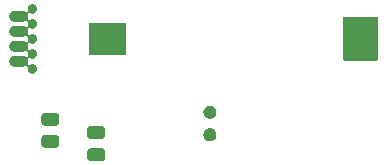
<source format=gbr>
G04 #@! TF.GenerationSoftware,KiCad,Pcbnew,5.99.0-unknown-r17001-43768b71*
G04 #@! TF.CreationDate,2019-11-05T19:13:08+01:00*
G04 #@! TF.ProjectId,ada-watch,6164612d-7761-4746-9368-2e6b69636164,rev?*
G04 #@! TF.SameCoordinates,Original*
G04 #@! TF.FileFunction,Soldermask,Bot*
G04 #@! TF.FilePolarity,Negative*
%FSLAX46Y46*%
G04 Gerber Fmt 4.6, Leading zero omitted, Abs format (unit mm)*
G04 Created by KiCad (PCBNEW 5.99.0-unknown-r17001-43768b71) date 2019-11-05 19:13:08*
%MOMM*%
%LPD*%
G04 APERTURE LIST*
G04 APERTURE END LIST*
G36*
X140469152Y-113413117D02*
G01*
X140469527Y-113413117D01*
X140471606Y-113413506D01*
X140562930Y-113427970D01*
X140571013Y-113432088D01*
X140577847Y-113433366D01*
X140597953Y-113445815D01*
X140646120Y-113470357D01*
X140659988Y-113484225D01*
X140671539Y-113491377D01*
X140685107Y-113509344D01*
X140712143Y-113536380D01*
X140725874Y-113563328D01*
X140737947Y-113579316D01*
X140741314Y-113593632D01*
X140754530Y-113619570D01*
X140769201Y-113712200D01*
X140769383Y-113712973D01*
X140769383Y-113713348D01*
X140770694Y-113721625D01*
X140770694Y-114183375D01*
X140769383Y-114191652D01*
X140769383Y-114192027D01*
X140768994Y-114194106D01*
X140754530Y-114285430D01*
X140750412Y-114293513D01*
X140749134Y-114300347D01*
X140736685Y-114320453D01*
X140712143Y-114368620D01*
X140698275Y-114382488D01*
X140691123Y-114394039D01*
X140673156Y-114407607D01*
X140646120Y-114434643D01*
X140619172Y-114448374D01*
X140603184Y-114460447D01*
X140588868Y-114463814D01*
X140562930Y-114477030D01*
X140470300Y-114491701D01*
X140469527Y-114491883D01*
X140469152Y-114491883D01*
X140460875Y-114493194D01*
X139574125Y-114493194D01*
X139565848Y-114491883D01*
X139565473Y-114491883D01*
X139563394Y-114491494D01*
X139472070Y-114477030D01*
X139463987Y-114472912D01*
X139457153Y-114471634D01*
X139437047Y-114459185D01*
X139388880Y-114434643D01*
X139375012Y-114420775D01*
X139363461Y-114413623D01*
X139349893Y-114395656D01*
X139322857Y-114368620D01*
X139309126Y-114341672D01*
X139297053Y-114325684D01*
X139293686Y-114311368D01*
X139280470Y-114285430D01*
X139265799Y-114192800D01*
X139265617Y-114192027D01*
X139265617Y-114191652D01*
X139264306Y-114183375D01*
X139264306Y-113721625D01*
X139265617Y-113713348D01*
X139265617Y-113712973D01*
X139266006Y-113710894D01*
X139280470Y-113619570D01*
X139284588Y-113611487D01*
X139285866Y-113604653D01*
X139298315Y-113584547D01*
X139322857Y-113536380D01*
X139336725Y-113522512D01*
X139343877Y-113510961D01*
X139361844Y-113497393D01*
X139388880Y-113470357D01*
X139415828Y-113456626D01*
X139431816Y-113444553D01*
X139446132Y-113441186D01*
X139472070Y-113427970D01*
X139564700Y-113413299D01*
X139565473Y-113413117D01*
X139565848Y-113413117D01*
X139574125Y-113411806D01*
X140460875Y-113411806D01*
X140469152Y-113413117D01*
G37*
G36*
X136595652Y-112285117D02*
G01*
X136596027Y-112285117D01*
X136598106Y-112285506D01*
X136689430Y-112299970D01*
X136697513Y-112304088D01*
X136704347Y-112305366D01*
X136724453Y-112317815D01*
X136772620Y-112342357D01*
X136786488Y-112356225D01*
X136798039Y-112363377D01*
X136811607Y-112381344D01*
X136838643Y-112408380D01*
X136852374Y-112435328D01*
X136864447Y-112451316D01*
X136867814Y-112465632D01*
X136881030Y-112491570D01*
X136895701Y-112584200D01*
X136895883Y-112584973D01*
X136895883Y-112585348D01*
X136897194Y-112593625D01*
X136897194Y-113055375D01*
X136895883Y-113063652D01*
X136895883Y-113064027D01*
X136895494Y-113066106D01*
X136881030Y-113157430D01*
X136876912Y-113165513D01*
X136875634Y-113172347D01*
X136863185Y-113192453D01*
X136838643Y-113240620D01*
X136824775Y-113254488D01*
X136817623Y-113266039D01*
X136799656Y-113279607D01*
X136772620Y-113306643D01*
X136745672Y-113320374D01*
X136729684Y-113332447D01*
X136715368Y-113335814D01*
X136689430Y-113349030D01*
X136596800Y-113363701D01*
X136596027Y-113363883D01*
X136595652Y-113363883D01*
X136587375Y-113365194D01*
X135700625Y-113365194D01*
X135692348Y-113363883D01*
X135691973Y-113363883D01*
X135689894Y-113363494D01*
X135598570Y-113349030D01*
X135590487Y-113344912D01*
X135583653Y-113343634D01*
X135563547Y-113331185D01*
X135515380Y-113306643D01*
X135501512Y-113292775D01*
X135489961Y-113285623D01*
X135476393Y-113267656D01*
X135449357Y-113240620D01*
X135435626Y-113213672D01*
X135423553Y-113197684D01*
X135420186Y-113183368D01*
X135406970Y-113157430D01*
X135392299Y-113064800D01*
X135392117Y-113064027D01*
X135392117Y-113063652D01*
X135390806Y-113055375D01*
X135390806Y-112593625D01*
X135392117Y-112585348D01*
X135392117Y-112584973D01*
X135392506Y-112582894D01*
X135406970Y-112491570D01*
X135411088Y-112483487D01*
X135412366Y-112476653D01*
X135424815Y-112456547D01*
X135449357Y-112408380D01*
X135463225Y-112394512D01*
X135470377Y-112382961D01*
X135488344Y-112369393D01*
X135515380Y-112342357D01*
X135542328Y-112328626D01*
X135558316Y-112316553D01*
X135572632Y-112313186D01*
X135598570Y-112299970D01*
X135691200Y-112285299D01*
X135691973Y-112285117D01*
X135692348Y-112285117D01*
X135700625Y-112283806D01*
X136587375Y-112283806D01*
X136595652Y-112285117D01*
G37*
G36*
X149671881Y-111714783D02*
G01*
X149695234Y-111713314D01*
X149746492Y-111724209D01*
X149789718Y-111729670D01*
X149811474Y-111738021D01*
X149842899Y-111744701D01*
X149881654Y-111764961D01*
X149914224Y-111777464D01*
X149940493Y-111795721D01*
X149976685Y-111814642D01*
X150002227Y-111838628D01*
X150023739Y-111853579D01*
X150050635Y-111884086D01*
X150086733Y-111917985D01*
X150100365Y-111940493D01*
X150111933Y-111953615D01*
X150134789Y-111997334D01*
X150164937Y-112047114D01*
X150169664Y-112064043D01*
X150173720Y-112071802D01*
X150187547Y-112128095D01*
X150205534Y-112192518D01*
X150203833Y-112355006D01*
X150184487Y-112419082D01*
X150169497Y-112475026D01*
X150165281Y-112482695D01*
X150160199Y-112499527D01*
X150129008Y-112548676D01*
X150105247Y-112591898D01*
X150093408Y-112604772D01*
X150079308Y-112626991D01*
X150042506Y-112660128D01*
X150014978Y-112690064D01*
X149993157Y-112704562D01*
X149967120Y-112728006D01*
X149930545Y-112746162D01*
X149903894Y-112763869D01*
X149871065Y-112775688D01*
X149831899Y-112795130D01*
X149800339Y-112801150D01*
X149778416Y-112809043D01*
X149735093Y-112813597D01*
X149683608Y-112823418D01*
X149660287Y-112821460D01*
X149645784Y-112822984D01*
X149594048Y-112815897D01*
X149533173Y-112810785D01*
X149519437Y-112805677D01*
X149513650Y-112804884D01*
X149457095Y-112782492D01*
X149391677Y-112758163D01*
X149332752Y-112715352D01*
X149280941Y-112678532D01*
X149279037Y-112676326D01*
X149269544Y-112669429D01*
X149229802Y-112619287D01*
X149193800Y-112577579D01*
X149188501Y-112567179D01*
X149175772Y-112551119D01*
X149154338Y-112500129D01*
X149133254Y-112458749D01*
X149128596Y-112438892D01*
X149117271Y-112411950D01*
X149111428Y-112365696D01*
X149102799Y-112328909D01*
X149103104Y-112299808D01*
X149098350Y-112262176D01*
X149103892Y-112224647D01*
X149104197Y-112195552D01*
X149113592Y-112158961D01*
X149120404Y-112112831D01*
X149132291Y-112086132D01*
X149137364Y-112066375D01*
X149159315Y-112025436D01*
X149181807Y-111974918D01*
X149194866Y-111959132D01*
X149200383Y-111948843D01*
X149237253Y-111907895D01*
X149278035Y-111858598D01*
X149287671Y-111851901D01*
X149289622Y-111849734D01*
X149342200Y-111814002D01*
X149402000Y-111772440D01*
X149467935Y-111749479D01*
X149524924Y-111728285D01*
X149530723Y-111727614D01*
X149544567Y-111722793D01*
X149605537Y-111718957D01*
X149657409Y-111712955D01*
X149671881Y-111714783D01*
G37*
G36*
X140469152Y-111538117D02*
G01*
X140469527Y-111538117D01*
X140471606Y-111538506D01*
X140562930Y-111552970D01*
X140571013Y-111557088D01*
X140577847Y-111558366D01*
X140597953Y-111570815D01*
X140646120Y-111595357D01*
X140659988Y-111609225D01*
X140671539Y-111616377D01*
X140685107Y-111634344D01*
X140712143Y-111661380D01*
X140725874Y-111688328D01*
X140737947Y-111704316D01*
X140741314Y-111718632D01*
X140754530Y-111744570D01*
X140769201Y-111837200D01*
X140769383Y-111837973D01*
X140769383Y-111838348D01*
X140770694Y-111846625D01*
X140770694Y-112308375D01*
X140769383Y-112316652D01*
X140769383Y-112317027D01*
X140768994Y-112319106D01*
X140754530Y-112410430D01*
X140750412Y-112418513D01*
X140749134Y-112425347D01*
X140736685Y-112445453D01*
X140712143Y-112493620D01*
X140698275Y-112507488D01*
X140691123Y-112519039D01*
X140673156Y-112532607D01*
X140646120Y-112559643D01*
X140619172Y-112573374D01*
X140603184Y-112585447D01*
X140588868Y-112588814D01*
X140562930Y-112602030D01*
X140470300Y-112616701D01*
X140469527Y-112616883D01*
X140469152Y-112616883D01*
X140460875Y-112618194D01*
X139574125Y-112618194D01*
X139565848Y-112616883D01*
X139565473Y-112616883D01*
X139563394Y-112616494D01*
X139472070Y-112602030D01*
X139463987Y-112597912D01*
X139457153Y-112596634D01*
X139437047Y-112584185D01*
X139388880Y-112559643D01*
X139375012Y-112545775D01*
X139363461Y-112538623D01*
X139349893Y-112520656D01*
X139322857Y-112493620D01*
X139309126Y-112466672D01*
X139297053Y-112450684D01*
X139293686Y-112436368D01*
X139280470Y-112410430D01*
X139265799Y-112317800D01*
X139265617Y-112317027D01*
X139265617Y-112316652D01*
X139264306Y-112308375D01*
X139264306Y-111846625D01*
X139265617Y-111838348D01*
X139265617Y-111837973D01*
X139266006Y-111835894D01*
X139280470Y-111744570D01*
X139284588Y-111736487D01*
X139285866Y-111729653D01*
X139298315Y-111709547D01*
X139322857Y-111661380D01*
X139336725Y-111647512D01*
X139343877Y-111635961D01*
X139361844Y-111622393D01*
X139388880Y-111595357D01*
X139415828Y-111581626D01*
X139431816Y-111569553D01*
X139446132Y-111566186D01*
X139472070Y-111552970D01*
X139564700Y-111538299D01*
X139565473Y-111538117D01*
X139565848Y-111538117D01*
X139574125Y-111536806D01*
X140460875Y-111536806D01*
X140469152Y-111538117D01*
G37*
G36*
X136595652Y-110410117D02*
G01*
X136596027Y-110410117D01*
X136598106Y-110410506D01*
X136689430Y-110424970D01*
X136697513Y-110429088D01*
X136704347Y-110430366D01*
X136724453Y-110442815D01*
X136772620Y-110467357D01*
X136786488Y-110481225D01*
X136798039Y-110488377D01*
X136811607Y-110506344D01*
X136838643Y-110533380D01*
X136852374Y-110560328D01*
X136864447Y-110576316D01*
X136867814Y-110590632D01*
X136881030Y-110616570D01*
X136895701Y-110709200D01*
X136895883Y-110709973D01*
X136895883Y-110710348D01*
X136897194Y-110718625D01*
X136897194Y-111180375D01*
X136895883Y-111188652D01*
X136895883Y-111189027D01*
X136895494Y-111191106D01*
X136881030Y-111282430D01*
X136876912Y-111290513D01*
X136875634Y-111297347D01*
X136863185Y-111317453D01*
X136838643Y-111365620D01*
X136824775Y-111379488D01*
X136817623Y-111391039D01*
X136799656Y-111404607D01*
X136772620Y-111431643D01*
X136745672Y-111445374D01*
X136729684Y-111457447D01*
X136715368Y-111460814D01*
X136689430Y-111474030D01*
X136596800Y-111488701D01*
X136596027Y-111488883D01*
X136595652Y-111488883D01*
X136587375Y-111490194D01*
X135700625Y-111490194D01*
X135692348Y-111488883D01*
X135691973Y-111488883D01*
X135689894Y-111488494D01*
X135598570Y-111474030D01*
X135590487Y-111469912D01*
X135583653Y-111468634D01*
X135563547Y-111456185D01*
X135515380Y-111431643D01*
X135501512Y-111417775D01*
X135489961Y-111410623D01*
X135476393Y-111392656D01*
X135449357Y-111365620D01*
X135435626Y-111338672D01*
X135423553Y-111322684D01*
X135420186Y-111308368D01*
X135406970Y-111282430D01*
X135392299Y-111189800D01*
X135392117Y-111189027D01*
X135392117Y-111188652D01*
X135390806Y-111180375D01*
X135390806Y-110718625D01*
X135392117Y-110710348D01*
X135392117Y-110709973D01*
X135392506Y-110707894D01*
X135406970Y-110616570D01*
X135411088Y-110608487D01*
X135412366Y-110601653D01*
X135424815Y-110581547D01*
X135449357Y-110533380D01*
X135463225Y-110519512D01*
X135470377Y-110507961D01*
X135488344Y-110494393D01*
X135515380Y-110467357D01*
X135542328Y-110453626D01*
X135558316Y-110441553D01*
X135572632Y-110438186D01*
X135598570Y-110424970D01*
X135691200Y-110410299D01*
X135691973Y-110410117D01*
X135692348Y-110410117D01*
X135700625Y-110408806D01*
X136587375Y-110408806D01*
X136595652Y-110410117D01*
G37*
G36*
X149671881Y-109814783D02*
G01*
X149695234Y-109813314D01*
X149746492Y-109824209D01*
X149789718Y-109829670D01*
X149811474Y-109838021D01*
X149842899Y-109844701D01*
X149881654Y-109864961D01*
X149914224Y-109877464D01*
X149940493Y-109895721D01*
X149976685Y-109914642D01*
X150002227Y-109938628D01*
X150023739Y-109953579D01*
X150050635Y-109984086D01*
X150086733Y-110017985D01*
X150100365Y-110040493D01*
X150111933Y-110053615D01*
X150134789Y-110097334D01*
X150164937Y-110147114D01*
X150169664Y-110164043D01*
X150173720Y-110171802D01*
X150187547Y-110228095D01*
X150205534Y-110292518D01*
X150203833Y-110455006D01*
X150184487Y-110519082D01*
X150169497Y-110575026D01*
X150165281Y-110582695D01*
X150160199Y-110599527D01*
X150129008Y-110648676D01*
X150105247Y-110691898D01*
X150093408Y-110704772D01*
X150079308Y-110726991D01*
X150042506Y-110760128D01*
X150014978Y-110790064D01*
X149993157Y-110804562D01*
X149967120Y-110828006D01*
X149930545Y-110846162D01*
X149903894Y-110863869D01*
X149871065Y-110875688D01*
X149831899Y-110895130D01*
X149800339Y-110901150D01*
X149778416Y-110909043D01*
X149735093Y-110913597D01*
X149683608Y-110923418D01*
X149660287Y-110921460D01*
X149645784Y-110922984D01*
X149594048Y-110915897D01*
X149533173Y-110910785D01*
X149519437Y-110905677D01*
X149513650Y-110904884D01*
X149457095Y-110882492D01*
X149391677Y-110858163D01*
X149332752Y-110815352D01*
X149280941Y-110778532D01*
X149279037Y-110776326D01*
X149269544Y-110769429D01*
X149229802Y-110719287D01*
X149193800Y-110677579D01*
X149188501Y-110667179D01*
X149175772Y-110651119D01*
X149154338Y-110600129D01*
X149133254Y-110558749D01*
X149128596Y-110538892D01*
X149117271Y-110511950D01*
X149111428Y-110465696D01*
X149102799Y-110428909D01*
X149103104Y-110399808D01*
X149098350Y-110362176D01*
X149103892Y-110324647D01*
X149104197Y-110295552D01*
X149113592Y-110258961D01*
X149120404Y-110212831D01*
X149132291Y-110186132D01*
X149137364Y-110166375D01*
X149159315Y-110125436D01*
X149181807Y-110074918D01*
X149194866Y-110059132D01*
X149200383Y-110048843D01*
X149237253Y-110007895D01*
X149278035Y-109958598D01*
X149287671Y-109951901D01*
X149289622Y-109949734D01*
X149342200Y-109914002D01*
X149402000Y-109872440D01*
X149467935Y-109849479D01*
X149524924Y-109828285D01*
X149530723Y-109827614D01*
X149544567Y-109822793D01*
X149605537Y-109818957D01*
X149657409Y-109812955D01*
X149671881Y-109814783D01*
G37*
G36*
X134662307Y-101199001D02*
G01*
X134683512Y-101199001D01*
X134723630Y-101212036D01*
X134757117Y-101219154D01*
X134776131Y-101229094D01*
X134804319Y-101238253D01*
X134831693Y-101258141D01*
X134854480Y-101270054D01*
X134876328Y-101290570D01*
X134907084Y-101312916D01*
X134922030Y-101333487D01*
X134934572Y-101345265D01*
X134954530Y-101378220D01*
X134981747Y-101415681D01*
X134986991Y-101431820D01*
X134991487Y-101439244D01*
X135004218Y-101484841D01*
X135020999Y-101536488D01*
X135020999Y-101663512D01*
X135003157Y-101718425D01*
X134988038Y-101768502D01*
X134985678Y-101772221D01*
X134981747Y-101784319D01*
X134952135Y-101825076D01*
X134929168Y-101861267D01*
X134919548Y-101869929D01*
X134907084Y-101887084D01*
X134872962Y-101911875D01*
X134847519Y-101934784D01*
X134828298Y-101944325D01*
X134804319Y-101961747D01*
X134772137Y-101972203D01*
X134749108Y-101983635D01*
X134719672Y-101989250D01*
X134683512Y-102000999D01*
X134658081Y-102000999D01*
X134641185Y-102004222D01*
X134602801Y-102000999D01*
X134556488Y-102000999D01*
X134540349Y-101995755D01*
X134531701Y-101995029D01*
X134487345Y-101978533D01*
X134435681Y-101961747D01*
X134428838Y-101956775D01*
X134412849Y-101950829D01*
X134342591Y-101945872D01*
X134280806Y-101979686D01*
X134247110Y-102041536D01*
X134252454Y-102100922D01*
X134252243Y-102100950D01*
X134252917Y-102106069D01*
X134253795Y-102115827D01*
X134254391Y-102117266D01*
X134255081Y-102122507D01*
X134260110Y-102135506D01*
X134263970Y-102190027D01*
X134269891Y-102235000D01*
X134268111Y-102248517D01*
X134269688Y-102270785D01*
X134259253Y-102315804D01*
X134254391Y-102352734D01*
X134252841Y-102356476D01*
X134245311Y-102426505D01*
X134276836Y-102489489D01*
X134337408Y-102525430D01*
X134407796Y-102522917D01*
X134431876Y-102510857D01*
X134432300Y-102510709D01*
X134435681Y-102508253D01*
X134490543Y-102490427D01*
X134539992Y-102473208D01*
X134544392Y-102472931D01*
X134556488Y-102469001D01*
X134606856Y-102469001D01*
X134649642Y-102466309D01*
X134662307Y-102469001D01*
X134683512Y-102469001D01*
X134723630Y-102482036D01*
X134757117Y-102489154D01*
X134776131Y-102499094D01*
X134804319Y-102508253D01*
X134831693Y-102528141D01*
X134854480Y-102540054D01*
X134876328Y-102560570D01*
X134907084Y-102582916D01*
X134922030Y-102603487D01*
X134934572Y-102615265D01*
X134954530Y-102648220D01*
X134981747Y-102685681D01*
X134986991Y-102701820D01*
X134991487Y-102709244D01*
X135004218Y-102754841D01*
X135020999Y-102806488D01*
X135020999Y-102933512D01*
X135003157Y-102988425D01*
X134988038Y-103038502D01*
X134985678Y-103042221D01*
X134981747Y-103054319D01*
X134952135Y-103095076D01*
X134929168Y-103131267D01*
X134919548Y-103139929D01*
X134907084Y-103157084D01*
X134872962Y-103181875D01*
X134847519Y-103204784D01*
X134828298Y-103214325D01*
X134804319Y-103231747D01*
X134772137Y-103242203D01*
X134749108Y-103253635D01*
X134719672Y-103259250D01*
X134683512Y-103270999D01*
X134658081Y-103270999D01*
X134641185Y-103274222D01*
X134602801Y-103270999D01*
X134556488Y-103270999D01*
X134540349Y-103265755D01*
X134531701Y-103265029D01*
X134487345Y-103248533D01*
X134435681Y-103231747D01*
X134428838Y-103226775D01*
X134412849Y-103220829D01*
X134342591Y-103215872D01*
X134280806Y-103249686D01*
X134247110Y-103311536D01*
X134252454Y-103370922D01*
X134252243Y-103370950D01*
X134252917Y-103376069D01*
X134253795Y-103385827D01*
X134254391Y-103387266D01*
X134255081Y-103392507D01*
X134260110Y-103405506D01*
X134263970Y-103460027D01*
X134269891Y-103505000D01*
X134268111Y-103518517D01*
X134269688Y-103540785D01*
X134259253Y-103585804D01*
X134254391Y-103622734D01*
X134252841Y-103626476D01*
X134245311Y-103696505D01*
X134276836Y-103759489D01*
X134337408Y-103795430D01*
X134407796Y-103792917D01*
X134431876Y-103780857D01*
X134432300Y-103780709D01*
X134435681Y-103778253D01*
X134490543Y-103760427D01*
X134539992Y-103743208D01*
X134544392Y-103742931D01*
X134556488Y-103739001D01*
X134606856Y-103739001D01*
X134649642Y-103736309D01*
X134662307Y-103739001D01*
X134683512Y-103739001D01*
X134723630Y-103752036D01*
X134757117Y-103759154D01*
X134776131Y-103769094D01*
X134804319Y-103778253D01*
X134831693Y-103798141D01*
X134854480Y-103810054D01*
X134876328Y-103830570D01*
X134907084Y-103852916D01*
X134922030Y-103873487D01*
X134934572Y-103885265D01*
X134954530Y-103918220D01*
X134981747Y-103955681D01*
X134986991Y-103971820D01*
X134991487Y-103979244D01*
X135004218Y-104024841D01*
X135020999Y-104076488D01*
X135020999Y-104203512D01*
X135003157Y-104258425D01*
X134988038Y-104308502D01*
X134985678Y-104312221D01*
X134981747Y-104324319D01*
X134952135Y-104365076D01*
X134929168Y-104401267D01*
X134919548Y-104409929D01*
X134907084Y-104427084D01*
X134872962Y-104451875D01*
X134847519Y-104474784D01*
X134828298Y-104484325D01*
X134804319Y-104501747D01*
X134772137Y-104512203D01*
X134749108Y-104523635D01*
X134719672Y-104529250D01*
X134683512Y-104540999D01*
X134658081Y-104540999D01*
X134641185Y-104544222D01*
X134602801Y-104540999D01*
X134556488Y-104540999D01*
X134540349Y-104535755D01*
X134531701Y-104535029D01*
X134487345Y-104518533D01*
X134435681Y-104501747D01*
X134428838Y-104496775D01*
X134412849Y-104490829D01*
X134342591Y-104485872D01*
X134280806Y-104519686D01*
X134247110Y-104581536D01*
X134252454Y-104640922D01*
X134252243Y-104640950D01*
X134252917Y-104646069D01*
X134253795Y-104655827D01*
X134254391Y-104657266D01*
X134255081Y-104662507D01*
X134260110Y-104675506D01*
X134263970Y-104730027D01*
X134269891Y-104775000D01*
X134268111Y-104788517D01*
X134269688Y-104810785D01*
X134259253Y-104855804D01*
X134254391Y-104892734D01*
X134252841Y-104896476D01*
X134245311Y-104966505D01*
X134276836Y-105029489D01*
X134337408Y-105065430D01*
X134407796Y-105062917D01*
X134431876Y-105050857D01*
X134432300Y-105050709D01*
X134435681Y-105048253D01*
X134490543Y-105030427D01*
X134539992Y-105013208D01*
X134544392Y-105012931D01*
X134556488Y-105009001D01*
X134606856Y-105009001D01*
X134649642Y-105006309D01*
X134662307Y-105009001D01*
X134683512Y-105009001D01*
X134723630Y-105022036D01*
X134757117Y-105029154D01*
X134776131Y-105039094D01*
X134804319Y-105048253D01*
X134831693Y-105068141D01*
X134854480Y-105080054D01*
X134876328Y-105100570D01*
X134907084Y-105122916D01*
X134922030Y-105143487D01*
X134934572Y-105155265D01*
X134954530Y-105188220D01*
X134981747Y-105225681D01*
X134986991Y-105241820D01*
X134991487Y-105249244D01*
X135004218Y-105294841D01*
X135020999Y-105346488D01*
X135020999Y-105473512D01*
X135003157Y-105528425D01*
X134988038Y-105578502D01*
X134985678Y-105582221D01*
X134981747Y-105594319D01*
X134952135Y-105635076D01*
X134929168Y-105671267D01*
X134919548Y-105679929D01*
X134907084Y-105697084D01*
X134872962Y-105721875D01*
X134847519Y-105744784D01*
X134828298Y-105754325D01*
X134804319Y-105771747D01*
X134772137Y-105782203D01*
X134749108Y-105793635D01*
X134719672Y-105799250D01*
X134683512Y-105810999D01*
X134658081Y-105810999D01*
X134641185Y-105814222D01*
X134602801Y-105810999D01*
X134556488Y-105810999D01*
X134540349Y-105805755D01*
X134531701Y-105805029D01*
X134487345Y-105788533D01*
X134435681Y-105771747D01*
X134428838Y-105766775D01*
X134412849Y-105760829D01*
X134342591Y-105755872D01*
X134280806Y-105789686D01*
X134247110Y-105851536D01*
X134252454Y-105910922D01*
X134252243Y-105910950D01*
X134252917Y-105916069D01*
X134253795Y-105925827D01*
X134254391Y-105927266D01*
X134255081Y-105932507D01*
X134260110Y-105945506D01*
X134263970Y-106000027D01*
X134269891Y-106045000D01*
X134268111Y-106058517D01*
X134269688Y-106080785D01*
X134259253Y-106125804D01*
X134254391Y-106162734D01*
X134252841Y-106166476D01*
X134245311Y-106236505D01*
X134276836Y-106299489D01*
X134337408Y-106335430D01*
X134407796Y-106332917D01*
X134431876Y-106320857D01*
X134432300Y-106320709D01*
X134435681Y-106318253D01*
X134490543Y-106300427D01*
X134539992Y-106283208D01*
X134544392Y-106282931D01*
X134556488Y-106279001D01*
X134606856Y-106279001D01*
X134649642Y-106276309D01*
X134662307Y-106279001D01*
X134683512Y-106279001D01*
X134723630Y-106292036D01*
X134757117Y-106299154D01*
X134776131Y-106309094D01*
X134804319Y-106318253D01*
X134831693Y-106338141D01*
X134854480Y-106350054D01*
X134876328Y-106370570D01*
X134907084Y-106392916D01*
X134922030Y-106413487D01*
X134934572Y-106425265D01*
X134954530Y-106458220D01*
X134981747Y-106495681D01*
X134986991Y-106511820D01*
X134991487Y-106519244D01*
X135004218Y-106564841D01*
X135020999Y-106616488D01*
X135020999Y-106743512D01*
X135003157Y-106798425D01*
X134988038Y-106848502D01*
X134985678Y-106852221D01*
X134981747Y-106864319D01*
X134952135Y-106905076D01*
X134929168Y-106941267D01*
X134919548Y-106949929D01*
X134907084Y-106967084D01*
X134872962Y-106991875D01*
X134847519Y-107014784D01*
X134828298Y-107024325D01*
X134804319Y-107041747D01*
X134772137Y-107052203D01*
X134749108Y-107063635D01*
X134719672Y-107069250D01*
X134683512Y-107080999D01*
X134658081Y-107080999D01*
X134641185Y-107084222D01*
X134602800Y-107080999D01*
X134556488Y-107080999D01*
X134540350Y-107075755D01*
X134531698Y-107075029D01*
X134487326Y-107058527D01*
X134435681Y-107041747D01*
X134428839Y-107036776D01*
X134428723Y-107036733D01*
X134339837Y-106972153D01*
X134339761Y-106972057D01*
X134332916Y-106967084D01*
X134300980Y-106923128D01*
X134271590Y-106886047D01*
X134268227Y-106878048D01*
X134258253Y-106864319D01*
X134243943Y-106820278D01*
X134229014Y-106784762D01*
X134226858Y-106767692D01*
X134219001Y-106743512D01*
X134219001Y-106705502D01*
X134215244Y-106675762D01*
X134219001Y-106650320D01*
X134219001Y-106616488D01*
X134228159Y-106588302D01*
X134231682Y-106564445D01*
X134221924Y-106494692D01*
X134176003Y-106441287D01*
X134108500Y-106421187D01*
X134059717Y-106437643D01*
X134057649Y-106432650D01*
X133999467Y-106456750D01*
X133949110Y-106480931D01*
X133936519Y-106482824D01*
X133932736Y-106484391D01*
X133879348Y-106491419D01*
X133848882Y-106496000D01*
X133085445Y-106496000D01*
X132997264Y-106484391D01*
X132939232Y-106460353D01*
X132914346Y-106454585D01*
X132897953Y-106443255D01*
X132887555Y-106438948D01*
X132849755Y-106409943D01*
X132802782Y-106377478D01*
X132795642Y-106368421D01*
X132793343Y-106366657D01*
X132760183Y-106323442D01*
X132718822Y-106270976D01*
X132695881Y-106211677D01*
X132675609Y-106162736D01*
X132674919Y-106157492D01*
X132669890Y-106144494D01*
X132666030Y-106089975D01*
X132660109Y-106045000D01*
X132661889Y-106031483D01*
X132660312Y-106009215D01*
X132670747Y-105964198D01*
X132675609Y-105927264D01*
X132684007Y-105906989D01*
X132690935Y-105877101D01*
X132709940Y-105844381D01*
X132721052Y-105817554D01*
X132739445Y-105793584D01*
X132759050Y-105759831D01*
X132780704Y-105739814D01*
X132793343Y-105723343D01*
X132823827Y-105699952D01*
X132858637Y-105667774D01*
X132877679Y-105658630D01*
X132887555Y-105651052D01*
X132930535Y-105633249D01*
X132980890Y-105609069D01*
X132993481Y-105607176D01*
X132997264Y-105605609D01*
X133050652Y-105598581D01*
X133081118Y-105594000D01*
X133844555Y-105594000D01*
X133932736Y-105605609D01*
X133990768Y-105629647D01*
X134015654Y-105635415D01*
X134032048Y-105646746D01*
X134057649Y-105657350D01*
X134059429Y-105653054D01*
X134096164Y-105667250D01*
X134165158Y-105653090D01*
X134215545Y-105603877D01*
X134230562Y-105527017D01*
X134226857Y-105497692D01*
X134219001Y-105473512D01*
X134219001Y-105435502D01*
X134215244Y-105405762D01*
X134219001Y-105380320D01*
X134219001Y-105346488D01*
X134228159Y-105318302D01*
X134231682Y-105294445D01*
X134221924Y-105224692D01*
X134176003Y-105171287D01*
X134108500Y-105151187D01*
X134059717Y-105167643D01*
X134057649Y-105162650D01*
X133999467Y-105186750D01*
X133949110Y-105210931D01*
X133936519Y-105212824D01*
X133932736Y-105214391D01*
X133879348Y-105221419D01*
X133848882Y-105226000D01*
X133085445Y-105226000D01*
X132997264Y-105214391D01*
X132939232Y-105190353D01*
X132914346Y-105184585D01*
X132897953Y-105173255D01*
X132887555Y-105168948D01*
X132849755Y-105139943D01*
X132802782Y-105107478D01*
X132795642Y-105098421D01*
X132793343Y-105096657D01*
X132760183Y-105053442D01*
X132718822Y-105000976D01*
X132695881Y-104941677D01*
X132675609Y-104892736D01*
X132674919Y-104887492D01*
X132669890Y-104874494D01*
X132666030Y-104819975D01*
X132660109Y-104775000D01*
X132661889Y-104761483D01*
X132660312Y-104739215D01*
X132670747Y-104694198D01*
X132675609Y-104657264D01*
X132684007Y-104636989D01*
X132690935Y-104607101D01*
X132709940Y-104574381D01*
X132721052Y-104547554D01*
X132739445Y-104523584D01*
X132759050Y-104489831D01*
X132780704Y-104469814D01*
X132793343Y-104453343D01*
X132823827Y-104429952D01*
X132858637Y-104397774D01*
X132877679Y-104388630D01*
X132887555Y-104381052D01*
X132930535Y-104363249D01*
X132980890Y-104339069D01*
X132993481Y-104337176D01*
X132997264Y-104335609D01*
X133050652Y-104328581D01*
X133081118Y-104324000D01*
X133844555Y-104324000D01*
X133932736Y-104335609D01*
X133990768Y-104359647D01*
X134015654Y-104365415D01*
X134032048Y-104376746D01*
X134057649Y-104387350D01*
X134059429Y-104383054D01*
X134096164Y-104397250D01*
X134165158Y-104383090D01*
X134215545Y-104333877D01*
X134230562Y-104257017D01*
X134226857Y-104227692D01*
X134219001Y-104203512D01*
X134219001Y-104165502D01*
X134215244Y-104135762D01*
X134219001Y-104110320D01*
X134219001Y-104076488D01*
X134228159Y-104048302D01*
X134231682Y-104024445D01*
X134221924Y-103954692D01*
X134176003Y-103901287D01*
X134108500Y-103881187D01*
X134059717Y-103897643D01*
X134057649Y-103892650D01*
X133999467Y-103916750D01*
X133949110Y-103940931D01*
X133936519Y-103942824D01*
X133932736Y-103944391D01*
X133879348Y-103951419D01*
X133848882Y-103956000D01*
X133085445Y-103956000D01*
X132997264Y-103944391D01*
X132939232Y-103920353D01*
X132914346Y-103914585D01*
X132897953Y-103903255D01*
X132887555Y-103898948D01*
X132849755Y-103869943D01*
X132802782Y-103837478D01*
X132795642Y-103828421D01*
X132793343Y-103826657D01*
X132760183Y-103783442D01*
X132718822Y-103730976D01*
X132695881Y-103671677D01*
X132675609Y-103622736D01*
X132674919Y-103617492D01*
X132669890Y-103604494D01*
X132666030Y-103549975D01*
X132660109Y-103505000D01*
X132661889Y-103491483D01*
X132660312Y-103469215D01*
X132670747Y-103424198D01*
X132675609Y-103387264D01*
X132684007Y-103366989D01*
X132690935Y-103337101D01*
X132709940Y-103304381D01*
X132721052Y-103277554D01*
X132739445Y-103253584D01*
X132759050Y-103219831D01*
X132780704Y-103199814D01*
X132793343Y-103183343D01*
X132823827Y-103159952D01*
X132858637Y-103127774D01*
X132877679Y-103118630D01*
X132887555Y-103111052D01*
X132930535Y-103093249D01*
X132980890Y-103069069D01*
X132993481Y-103067176D01*
X132997264Y-103065609D01*
X133050652Y-103058581D01*
X133081118Y-103054000D01*
X133844555Y-103054000D01*
X133932736Y-103065609D01*
X133990768Y-103089647D01*
X134015654Y-103095415D01*
X134032048Y-103106746D01*
X134057649Y-103117350D01*
X134059429Y-103113054D01*
X134096164Y-103127250D01*
X134165158Y-103113090D01*
X134215545Y-103063877D01*
X134230562Y-102987017D01*
X134226857Y-102957692D01*
X134219001Y-102933512D01*
X134219001Y-102895502D01*
X134215244Y-102865762D01*
X134219001Y-102840320D01*
X134219001Y-102806488D01*
X134228159Y-102778302D01*
X134231682Y-102754445D01*
X134221924Y-102684692D01*
X134176003Y-102631287D01*
X134108500Y-102611187D01*
X134059717Y-102627643D01*
X134057649Y-102622650D01*
X133999467Y-102646750D01*
X133949110Y-102670931D01*
X133936519Y-102672824D01*
X133932736Y-102674391D01*
X133879348Y-102681419D01*
X133848882Y-102686000D01*
X133085445Y-102686000D01*
X132997264Y-102674391D01*
X132939232Y-102650353D01*
X132914346Y-102644585D01*
X132897953Y-102633255D01*
X132887555Y-102628948D01*
X132849755Y-102599943D01*
X132802782Y-102567478D01*
X132795642Y-102558421D01*
X132793343Y-102556657D01*
X132760183Y-102513442D01*
X132718822Y-102460976D01*
X132695881Y-102401677D01*
X132675609Y-102352736D01*
X132674919Y-102347492D01*
X132669890Y-102334494D01*
X132666030Y-102279975D01*
X132660109Y-102235000D01*
X132661889Y-102221483D01*
X132660312Y-102199215D01*
X132670747Y-102154198D01*
X132675609Y-102117264D01*
X132684007Y-102096989D01*
X132690935Y-102067101D01*
X132709940Y-102034381D01*
X132721052Y-102007554D01*
X132739445Y-101983584D01*
X132759050Y-101949831D01*
X132780704Y-101929814D01*
X132793343Y-101913343D01*
X132823827Y-101889952D01*
X132858637Y-101857774D01*
X132877679Y-101848630D01*
X132887555Y-101841052D01*
X132930535Y-101823249D01*
X132980890Y-101799069D01*
X132993481Y-101797176D01*
X132997264Y-101795609D01*
X133050652Y-101788581D01*
X133081118Y-101784000D01*
X133844555Y-101784000D01*
X133932736Y-101795609D01*
X133990768Y-101819647D01*
X134015654Y-101825415D01*
X134032048Y-101836746D01*
X134057649Y-101847350D01*
X134059429Y-101843054D01*
X134096164Y-101857250D01*
X134165158Y-101843090D01*
X134215545Y-101793877D01*
X134230562Y-101717017D01*
X134226857Y-101687692D01*
X134219001Y-101663512D01*
X134219001Y-101625503D01*
X134215244Y-101595763D01*
X134219001Y-101570322D01*
X134219001Y-101536488D01*
X134228160Y-101508299D01*
X134231295Y-101487070D01*
X134245219Y-101455796D01*
X134258253Y-101415681D01*
X134270718Y-101398524D01*
X134275983Y-101386699D01*
X134303303Y-101353675D01*
X134332916Y-101312916D01*
X134343208Y-101305439D01*
X134346016Y-101302044D01*
X134388992Y-101272175D01*
X134435681Y-101238253D01*
X134490555Y-101220424D01*
X134539992Y-101203208D01*
X134544392Y-101202931D01*
X134556488Y-101199001D01*
X134606856Y-101199001D01*
X134649642Y-101196309D01*
X134662307Y-101199001D01*
G37*
G36*
X163821399Y-102291959D02*
G01*
X163838269Y-102303231D01*
X163849541Y-102320101D01*
X163855948Y-102352312D01*
X163855948Y-105927688D01*
X163853499Y-105940000D01*
X163849541Y-105959899D01*
X163838269Y-105976769D01*
X163821399Y-105988041D01*
X163801500Y-105991999D01*
X163789188Y-105994448D01*
X161013812Y-105994448D01*
X160981601Y-105988041D01*
X160964731Y-105976769D01*
X160953459Y-105959899D01*
X160947052Y-105927688D01*
X160947052Y-102352312D01*
X160953459Y-102320101D01*
X160964731Y-102303231D01*
X160981601Y-102291959D01*
X161013812Y-102285552D01*
X163789188Y-102285552D01*
X163821399Y-102291959D01*
G37*
G36*
X142521399Y-102791959D02*
G01*
X142538269Y-102803231D01*
X142549541Y-102820101D01*
X142555948Y-102852312D01*
X142555948Y-105427688D01*
X142553499Y-105440000D01*
X142549541Y-105459899D01*
X142538269Y-105476769D01*
X142521399Y-105488041D01*
X142501500Y-105491999D01*
X142489188Y-105494448D01*
X139513812Y-105494448D01*
X139481601Y-105488041D01*
X139464731Y-105476769D01*
X139453459Y-105459899D01*
X139447052Y-105427688D01*
X139447052Y-102852312D01*
X139453459Y-102820101D01*
X139464731Y-102803231D01*
X139481601Y-102791959D01*
X139513812Y-102785552D01*
X142489188Y-102785552D01*
X142521399Y-102791959D01*
G37*
M02*

</source>
